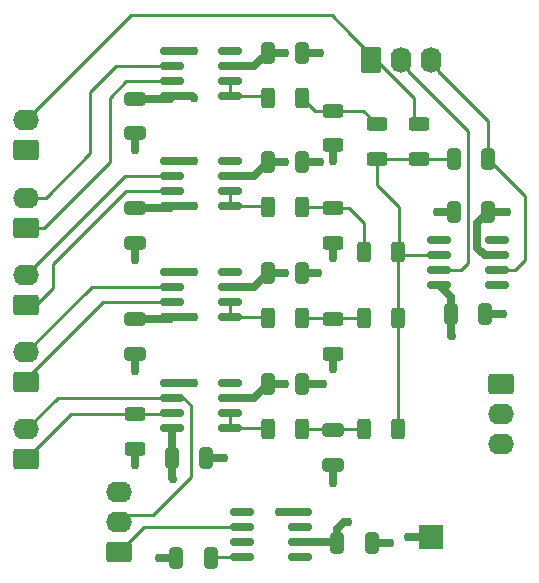
<source format=gtl>
%TF.GenerationSoftware,KiCad,Pcbnew,(6.0.1-0)*%
%TF.CreationDate,2022-09-05T12:17:55-04:00*%
%TF.ProjectId,Summing Circuit V5,53756d6d-696e-4672-9043-697263756974,003*%
%TF.SameCoordinates,Original*%
%TF.FileFunction,Copper,L1,Top*%
%TF.FilePolarity,Positive*%
%FSLAX46Y46*%
G04 Gerber Fmt 4.6, Leading zero omitted, Abs format (unit mm)*
G04 Created by KiCad (PCBNEW (6.0.1-0)) date 2022-09-05 12:17:55*
%MOMM*%
%LPD*%
G01*
G04 APERTURE LIST*
G04 Aperture macros list*
%AMRoundRect*
0 Rectangle with rounded corners*
0 $1 Rounding radius*
0 $2 $3 $4 $5 $6 $7 $8 $9 X,Y pos of 4 corners*
0 Add a 4 corners polygon primitive as box body*
4,1,4,$2,$3,$4,$5,$6,$7,$8,$9,$2,$3,0*
0 Add four circle primitives for the rounded corners*
1,1,$1+$1,$2,$3*
1,1,$1+$1,$4,$5*
1,1,$1+$1,$6,$7*
1,1,$1+$1,$8,$9*
0 Add four rect primitives between the rounded corners*
20,1,$1+$1,$2,$3,$4,$5,0*
20,1,$1+$1,$4,$5,$6,$7,0*
20,1,$1+$1,$6,$7,$8,$9,0*
20,1,$1+$1,$8,$9,$2,$3,0*%
G04 Aperture macros list end*
%TA.AperFunction,ComponentPad*%
%ADD10O,1.740000X2.190000*%
%TD*%
%TA.AperFunction,ComponentPad*%
%ADD11RoundRect,0.250000X-0.620000X-0.845000X0.620000X-0.845000X0.620000X0.845000X-0.620000X0.845000X0*%
%TD*%
%TA.AperFunction,SMDPad,CuDef*%
%ADD12RoundRect,0.250000X0.325000X0.650000X-0.325000X0.650000X-0.325000X-0.650000X0.325000X-0.650000X0*%
%TD*%
%TA.AperFunction,SMDPad,CuDef*%
%ADD13RoundRect,0.250000X-0.650000X0.325000X-0.650000X-0.325000X0.650000X-0.325000X0.650000X0.325000X0*%
%TD*%
%TA.AperFunction,SMDPad,CuDef*%
%ADD14RoundRect,0.250000X-0.312500X-0.625000X0.312500X-0.625000X0.312500X0.625000X-0.312500X0.625000X0*%
%TD*%
%TA.AperFunction,SMDPad,CuDef*%
%ADD15RoundRect,0.250000X-0.625000X0.312500X-0.625000X-0.312500X0.625000X-0.312500X0.625000X0.312500X0*%
%TD*%
%TA.AperFunction,SMDPad,CuDef*%
%ADD16RoundRect,0.250000X0.312500X0.625000X-0.312500X0.625000X-0.312500X-0.625000X0.312500X-0.625000X0*%
%TD*%
%TA.AperFunction,SMDPad,CuDef*%
%ADD17RoundRect,0.150000X-0.825000X-0.150000X0.825000X-0.150000X0.825000X0.150000X-0.825000X0.150000X0*%
%TD*%
%TA.AperFunction,ComponentPad*%
%ADD18RoundRect,0.250000X0.845000X-0.620000X0.845000X0.620000X-0.845000X0.620000X-0.845000X-0.620000X0*%
%TD*%
%TA.AperFunction,ComponentPad*%
%ADD19O,2.190000X1.740000*%
%TD*%
%TA.AperFunction,SMDPad,CuDef*%
%ADD20RoundRect,0.250000X0.625000X-0.312500X0.625000X0.312500X-0.625000X0.312500X-0.625000X-0.312500X0*%
%TD*%
%TA.AperFunction,ComponentPad*%
%ADD21RoundRect,0.250000X-0.845000X0.620000X-0.845000X-0.620000X0.845000X-0.620000X0.845000X0.620000X0*%
%TD*%
%TA.AperFunction,SMDPad,CuDef*%
%ADD22RoundRect,0.250000X0.650000X-0.325000X0.650000X0.325000X-0.650000X0.325000X-0.650000X-0.325000X0*%
%TD*%
%TA.AperFunction,SMDPad,CuDef*%
%ADD23R,2.000000X2.000000*%
%TD*%
%TA.AperFunction,SMDPad,CuDef*%
%ADD24RoundRect,0.250000X-0.325000X-0.650000X0.325000X-0.650000X0.325000X0.650000X-0.325000X0.650000X0*%
%TD*%
%TA.AperFunction,SMDPad,CuDef*%
%ADD25RoundRect,0.150000X0.825000X0.150000X-0.825000X0.150000X-0.825000X-0.150000X0.825000X-0.150000X0*%
%TD*%
%TA.AperFunction,ViaPad*%
%ADD26C,0.762000*%
%TD*%
%TA.AperFunction,Conductor*%
%ADD27C,0.254000*%
%TD*%
%TA.AperFunction,Conductor*%
%ADD28C,0.250000*%
%TD*%
%TA.AperFunction,Conductor*%
%ADD29C,0.635000*%
%TD*%
G04 APERTURE END LIST*
D10*
%TO.P,J3,3,Pin_3*%
%TO.N,/To OPA549*%
X116205000Y-49149000D03*
%TO.P,J3,2,Pin_2*%
%TO.N,/From Shunt Ground*%
X113665000Y-49149000D03*
D11*
%TO.P,J3,1,Pin_1*%
%TO.N,/From Coil*%
X111125000Y-49149000D03*
%TD*%
D12*
%TO.P,C5,1*%
%TO.N,GND*%
X105361000Y-67183000D03*
%TO.P,C5,2*%
%TO.N,+15V*%
X102411000Y-67183000D03*
%TD*%
D13*
%TO.P,C9,1*%
%TO.N,Net-(C9-Pad1)*%
X107950000Y-80440000D03*
%TO.P,C9,2*%
%TO.N,GND*%
X107950000Y-83390000D03*
%TD*%
D12*
%TO.P,C8,1*%
%TO.N,GND*%
X97233000Y-82804000D03*
%TO.P,C8,2*%
%TO.N,-15V*%
X94283000Y-82804000D03*
%TD*%
D14*
%TO.P,R3,1*%
%TO.N,Net-(R3-Pad1)*%
X102423500Y-61595000D03*
%TO.P,R3,2*%
%TO.N,Net-(R3-Pad2)*%
X105348500Y-61595000D03*
%TD*%
D15*
%TO.P,W1,1*%
%TO.N,/GND_Coarse*%
X91186000Y-79121000D03*
%TO.P,W1,2*%
%TO.N,GND*%
X91186000Y-82046000D03*
%TD*%
D16*
%TO.P,R7,1*%
%TO.N,Net-(C10-Pad2)*%
X113476500Y-70993000D03*
%TO.P,R7,2*%
%TO.N,Net-(R2-Pad2)*%
X110551500Y-70993000D03*
%TD*%
D17*
%TO.P,U5,1,VOS*%
%TO.N,unconnected-(U5-Pad1)*%
X116905000Y-64389000D03*
%TO.P,U5,2,-*%
%TO.N,Net-(C10-Pad2)*%
X116905000Y-65659000D03*
%TO.P,U5,3,+*%
%TO.N,/From Shunt Ground*%
X116905000Y-66929000D03*
%TO.P,U5,4,V-*%
%TO.N,-15V*%
X116905000Y-68199000D03*
%TO.P,U5,5,NC*%
%TO.N,unconnected-(U5-Pad5)*%
X121855000Y-68199000D03*
%TO.P,U5,6*%
%TO.N,/To OPA549*%
X121855000Y-66929000D03*
%TO.P,U5,7,V+*%
%TO.N,+15V*%
X121855000Y-65659000D03*
%TO.P,U5,8,VOS*%
%TO.N,unconnected-(U5-Pad8)*%
X121855000Y-64389000D03*
%TD*%
D18*
%TO.P,J7,1,Pin_1*%
%TO.N,/GND_AC Correction*%
X81935000Y-69850000D03*
D19*
%TO.P,J7,2,Pin_2*%
%TO.N,/SIG_AC Correction*%
X81935000Y-67310000D03*
%TD*%
D18*
%TO.P,J4,1,Pin_1*%
%TO.N,/Vin_RV*%
X89789000Y-90805000D03*
D19*
%TO.P,J4,2,Pin_2*%
%TO.N,/SIG_Coarse*%
X89789000Y-88265000D03*
%TO.P,J4,3,Pin_3*%
%TO.N,GND*%
X89789000Y-85725000D03*
%TD*%
D12*
%TO.P,C12,1*%
%TO.N,GND*%
X120855000Y-70612000D03*
%TO.P,C12,2*%
%TO.N,-15V*%
X117905000Y-70612000D03*
%TD*%
D20*
%TO.P,R9,1*%
%TO.N,Net-(C10-Pad2)*%
X115252500Y-57469500D03*
%TO.P,R9,2*%
%TO.N,/From Coil*%
X115252500Y-54544500D03*
%TD*%
D12*
%TO.P,C1,1*%
%TO.N,Net-(C1-Pad1)*%
X97614000Y-91313000D03*
%TO.P,C1,2*%
%TO.N,GND*%
X94664000Y-91313000D03*
%TD*%
D18*
%TO.P,J8,1,Pin_1*%
%TO.N,/GND_DC Correction*%
X81935000Y-63309500D03*
D19*
%TO.P,J8,2,Pin_2*%
%TO.N,/SIG_DC Correction*%
X81935000Y-60769500D03*
%TD*%
D20*
%TO.P,R12,1*%
%TO.N,Net-(C10-Pad2)*%
X111633000Y-57469500D03*
%TO.P,R12,2*%
%TO.N,Net-(R10-Pad2)*%
X111633000Y-54544500D03*
%TD*%
D15*
%TO.P,R11,1*%
%TO.N,Net-(R10-Pad2)*%
X107950000Y-53401500D03*
%TO.P,R11,2*%
%TO.N,GND*%
X107950000Y-56326500D03*
%TD*%
D17*
%TO.P,U6,1,REF*%
%TO.N,GND*%
X94299000Y-48387000D03*
%TO.P,U6,2,-*%
%TO.N,/SIG_DC Correction*%
X94299000Y-49657000D03*
%TO.P,U6,3,+*%
%TO.N,/GND_DC Correction*%
X94299000Y-50927000D03*
%TO.P,U6,4,V-*%
%TO.N,-15V*%
X94299000Y-52197000D03*
%TO.P,U6,5,SENSE*%
%TO.N,Net-(R10-Pad1)*%
X99249000Y-52197000D03*
%TO.P,U6,6*%
X99249000Y-50927000D03*
%TO.P,U6,7,V+*%
%TO.N,+15V*%
X99249000Y-49657000D03*
%TO.P,U6,8,NC*%
%TO.N,unconnected-(U6-Pad8)*%
X99249000Y-48387000D03*
%TD*%
D21*
%TO.P,J2,1,Pin_1*%
%TO.N,+15V*%
X122154000Y-76581000D03*
D19*
%TO.P,J2,2,Pin_2*%
%TO.N,GND*%
X122154000Y-79121000D03*
%TO.P,J2,3,Pin_3*%
%TO.N,-15V*%
X122154000Y-81661000D03*
%TD*%
D22*
%TO.P,C4,1*%
%TO.N,GND*%
X91186000Y-64594000D03*
%TO.P,C4,2*%
%TO.N,-15V*%
X91186000Y-61644000D03*
%TD*%
D23*
%TO.P,J5,1,Pin_1*%
%TO.N,GND*%
X116205000Y-89535000D03*
%TD*%
D24*
%TO.P,C2,1*%
%TO.N,+15V*%
X108318000Y-90043000D03*
%TO.P,C2,2*%
%TO.N,GND*%
X111268000Y-90043000D03*
%TD*%
D12*
%TO.P,C13,1*%
%TO.N,GND*%
X105361000Y-48514000D03*
%TO.P,C13,2*%
%TO.N,+15V*%
X102411000Y-48514000D03*
%TD*%
D22*
%TO.P,C6,1*%
%TO.N,GND*%
X91186000Y-73992000D03*
%TO.P,C6,2*%
%TO.N,-15V*%
X91186000Y-71042000D03*
%TD*%
D17*
%TO.P,U4,1,REF*%
%TO.N,GND*%
X94299000Y-57658000D03*
%TO.P,U4,2,-*%
%TO.N,/SIG_AC Correction*%
X94299000Y-58928000D03*
%TO.P,U4,3,+*%
%TO.N,/GND_AC Correction*%
X94299000Y-60198000D03*
%TO.P,U4,4,V-*%
%TO.N,-15V*%
X94299000Y-61468000D03*
%TO.P,U4,5,SENSE*%
%TO.N,Net-(R3-Pad1)*%
X99249000Y-61468000D03*
%TO.P,U4,6*%
X99249000Y-60198000D03*
%TO.P,U4,7,V+*%
%TO.N,+15V*%
X99249000Y-58928000D03*
%TO.P,U4,8,NC*%
%TO.N,unconnected-(U4-Pad8)*%
X99249000Y-57658000D03*
%TD*%
D25*
%TO.P,U1,1,NC*%
%TO.N,unconnected-(U1-Pad1)*%
X105156000Y-91186000D03*
%TO.P,U1,2,V+*%
%TO.N,+15V*%
X105156000Y-89916000D03*
%TO.P,U1,3,NC*%
%TO.N,unconnected-(U1-Pad3)*%
X105156000Y-88646000D03*
%TO.P,U1,4,GND*%
%TO.N,GND*%
X105156000Y-87376000D03*
%TO.P,U1,5,TRIM*%
%TO.N,unconnected-(U1-Pad5)*%
X100206000Y-87376000D03*
%TO.P,U1,6,VOUT*%
%TO.N,/Vin_RV*%
X100206000Y-88646000D03*
%TO.P,U1,7,NC*%
%TO.N,unconnected-(U1-Pad7)*%
X100206000Y-89916000D03*
%TO.P,U1,8,NR*%
%TO.N,Net-(C1-Pad1)*%
X100206000Y-91186000D03*
%TD*%
D14*
%TO.P,R2,1*%
%TO.N,Net-(R2-Pad1)*%
X102423500Y-70993000D03*
%TO.P,R2,2*%
%TO.N,Net-(R2-Pad2)*%
X105348500Y-70993000D03*
%TD*%
%TO.P,R10,1*%
%TO.N,Net-(R10-Pad1)*%
X102423500Y-52324000D03*
%TO.P,R10,2*%
%TO.N,Net-(R10-Pad2)*%
X105348500Y-52324000D03*
%TD*%
D16*
%TO.P,R6,1*%
%TO.N,Net-(C10-Pad2)*%
X113476500Y-80391000D03*
%TO.P,R6,2*%
%TO.N,Net-(C9-Pad1)*%
X110551500Y-80391000D03*
%TD*%
D18*
%TO.P,J1,1,Pin_1*%
%TO.N,/GND_Coarse*%
X81955000Y-82931000D03*
D19*
%TO.P,J1,2,Pin_2*%
%TO.N,/SIG_Coarse*%
X81955000Y-80391000D03*
%TD*%
D12*
%TO.P,C7,1*%
%TO.N,GND*%
X105361000Y-76581000D03*
%TO.P,C7,2*%
%TO.N,+15V*%
X102411000Y-76581000D03*
%TD*%
D15*
%TO.P,R5,1*%
%TO.N,Net-(R3-Pad2)*%
X107950000Y-61656500D03*
%TO.P,R5,2*%
%TO.N,GND*%
X107950000Y-64581500D03*
%TD*%
%TO.P,R4,1*%
%TO.N,Net-(R2-Pad2)*%
X107950000Y-71054500D03*
%TO.P,R4,2*%
%TO.N,GND*%
X107950000Y-73979500D03*
%TD*%
D17*
%TO.P,U3,1,REF*%
%TO.N,GND*%
X94299000Y-67056000D03*
%TO.P,U3,2,-*%
%TO.N,/SIG_Fine Tuning*%
X94299000Y-68326000D03*
%TO.P,U3,3,+*%
%TO.N,/GND_Fine Tuning*%
X94299000Y-69596000D03*
%TO.P,U3,4,V-*%
%TO.N,-15V*%
X94299000Y-70866000D03*
%TO.P,U3,5,SENSE*%
%TO.N,Net-(R2-Pad1)*%
X99249000Y-70866000D03*
%TO.P,U3,6*%
X99249000Y-69596000D03*
%TO.P,U3,7,V+*%
%TO.N,+15V*%
X99249000Y-68326000D03*
%TO.P,U3,8,NC*%
%TO.N,unconnected-(U3-Pad8)*%
X99249000Y-67056000D03*
%TD*%
D14*
%TO.P,R1,1*%
%TO.N,Net-(R1-Pad1)*%
X102423500Y-80391000D03*
%TO.P,R1,2*%
%TO.N,Net-(C9-Pad1)*%
X105348500Y-80391000D03*
%TD*%
D12*
%TO.P,C3,1*%
%TO.N,GND*%
X105361000Y-57785000D03*
%TO.P,C3,2*%
%TO.N,+15V*%
X102411000Y-57785000D03*
%TD*%
D22*
%TO.P,C14,1*%
%TO.N,GND*%
X91186000Y-55323000D03*
%TO.P,C14,2*%
%TO.N,-15V*%
X91186000Y-52373000D03*
%TD*%
D12*
%TO.P,C10,1*%
%TO.N,/To OPA549*%
X121109000Y-57531000D03*
%TO.P,C10,2*%
%TO.N,Net-(C10-Pad2)*%
X118159000Y-57531000D03*
%TD*%
D18*
%TO.P,J9,1,Pin_1*%
%TO.N,GND*%
X81935000Y-56769000D03*
D19*
%TO.P,J9,2,Pin_2*%
%TO.N,/From Coil*%
X81935000Y-54229000D03*
%TD*%
D24*
%TO.P,C11,1*%
%TO.N,GND*%
X118159000Y-61976000D03*
%TO.P,C11,2*%
%TO.N,+15V*%
X121109000Y-61976000D03*
%TD*%
D17*
%TO.P,U2,1,REF*%
%TO.N,GND*%
X94299000Y-76454000D03*
%TO.P,U2,2,-*%
%TO.N,/SIG_Coarse*%
X94299000Y-77724000D03*
%TO.P,U2,3,+*%
%TO.N,/GND_Coarse*%
X94299000Y-78994000D03*
%TO.P,U2,4,V-*%
%TO.N,-15V*%
X94299000Y-80264000D03*
%TO.P,U2,5,SENSE*%
%TO.N,Net-(R1-Pad1)*%
X99249000Y-80264000D03*
%TO.P,U2,6*%
X99249000Y-78994000D03*
%TO.P,U2,7,V+*%
%TO.N,+15V*%
X99249000Y-77724000D03*
%TO.P,U2,8,NC*%
%TO.N,unconnected-(U2-Pad8)*%
X99249000Y-76454000D03*
%TD*%
D16*
%TO.P,R8,1*%
%TO.N,Net-(C10-Pad2)*%
X113476500Y-65405000D03*
%TO.P,R8,2*%
%TO.N,Net-(R3-Pad2)*%
X110551500Y-65405000D03*
%TD*%
D18*
%TO.P,J6,1,Pin_1*%
%TO.N,/GND_Fine Tuning*%
X81935000Y-76390500D03*
D19*
%TO.P,J6,2,Pin_2*%
%TO.N,/SIG_Fine Tuning*%
X81935000Y-73850500D03*
%TD*%
D26*
%TO.N,GND*%
X107950000Y-84963000D03*
X96139000Y-76454000D03*
X96139000Y-57658000D03*
X98679000Y-82804000D03*
X114300000Y-89535000D03*
X116713000Y-61976000D03*
X122301000Y-70612000D03*
X106807000Y-48514000D03*
X107950000Y-57658000D03*
X93218000Y-91313000D03*
X107950000Y-75311000D03*
X96139000Y-48387000D03*
X106807000Y-57785000D03*
X91186000Y-56769000D03*
X91186000Y-83439000D03*
X107950000Y-65913000D03*
X107061000Y-76581000D03*
X103378000Y-87376000D03*
X96139000Y-67056000D03*
X91186000Y-66040000D03*
X91186000Y-75438000D03*
X112776000Y-90043000D03*
X106680000Y-67183000D03*
%TO.N,-15V*%
X96139000Y-61468000D03*
X96139000Y-70866000D03*
X117983000Y-72517000D03*
X96139000Y-52324000D03*
X94361000Y-84582000D03*
%TO.N,+15V*%
X103886000Y-48514000D03*
X109220000Y-88265000D03*
X103886000Y-76581000D03*
X122682000Y-61976000D03*
X103886000Y-67183000D03*
X103886000Y-57785000D03*
%TD*%
D27*
%TO.N,/To OPA549*%
X116840000Y-50038000D02*
X116840000Y-49784000D01*
X116840000Y-49784000D02*
X116205000Y-49149000D01*
%TO.N,/From Shunt Ground*%
X114300000Y-50038000D02*
X114300000Y-49784000D01*
X114300000Y-49784000D02*
X113665000Y-49149000D01*
X114300000Y-50038000D02*
X119380000Y-55118000D01*
X119380000Y-55118000D02*
X119380000Y-66294000D01*
X119380000Y-66294000D02*
X118745000Y-66929000D01*
X118745000Y-66929000D02*
X116905000Y-66929000D01*
%TO.N,/To OPA549*%
X121109000Y-54307000D02*
X116840000Y-50038000D01*
X116840000Y-50038000D02*
X116840000Y-49296000D01*
D28*
%TO.N,/From Coil*%
X114788000Y-52324000D02*
X114788000Y-54080000D01*
X114788000Y-54080000D02*
X115252500Y-54544500D01*
X114788000Y-52324000D02*
X111760000Y-49296000D01*
X90825000Y-45339000D02*
X107823000Y-45339000D01*
X109474000Y-46990000D02*
X107823000Y-45339000D01*
X109474000Y-47010000D02*
X109474000Y-46990000D01*
X81935000Y-54229000D02*
X90825000Y-45339000D01*
X109474000Y-47010000D02*
X111760000Y-49296000D01*
%TO.N,/GND_Coarse*%
X81955000Y-82891000D02*
X85725000Y-79121000D01*
X85725000Y-79121000D02*
X91186000Y-79121000D01*
X91186000Y-79121000D02*
X94172000Y-79121000D01*
D29*
%TO.N,GND*%
X91186000Y-55323000D02*
X91186000Y-56769000D01*
X118159000Y-61976000D02*
X116713000Y-61976000D01*
X105156000Y-87376000D02*
X103378000Y-87376000D01*
X94299000Y-76454000D02*
X96139000Y-76454000D01*
X107950000Y-83390000D02*
X107950000Y-84963000D01*
X107950000Y-64581500D02*
X107950000Y-65913000D01*
X106934000Y-76581000D02*
X107061000Y-76581000D01*
X91186000Y-64594000D02*
X91186000Y-66040000D01*
X116205000Y-89535000D02*
X114300000Y-89535000D01*
X94299000Y-57658000D02*
X96139000Y-57658000D01*
X120855000Y-70612000D02*
X122301000Y-70612000D01*
X94664000Y-91313000D02*
X93218000Y-91313000D01*
X94299000Y-48387000D02*
X96139000Y-48387000D01*
X107950000Y-56326500D02*
X107950000Y-57658000D01*
X94299000Y-67056000D02*
X96139000Y-67056000D01*
X91186000Y-73992000D02*
X91186000Y-75438000D01*
X111268000Y-90043000D02*
X112776000Y-90043000D01*
X105361000Y-76581000D02*
X106934000Y-76581000D01*
X91186000Y-82046000D02*
X91186000Y-83439000D01*
X97233000Y-82804000D02*
X98679000Y-82804000D01*
X105361000Y-48514000D02*
X106807000Y-48514000D01*
X105361000Y-57785000D02*
X106807000Y-57785000D01*
X105361000Y-67183000D02*
X106680000Y-67183000D01*
X107950000Y-73979500D02*
X107950000Y-75311000D01*
D28*
%TO.N,Net-(R10-Pad2)*%
X106426000Y-53401500D02*
X105348500Y-52324000D01*
X110490000Y-53401500D02*
X111633000Y-54544500D01*
X107950000Y-53401500D02*
X106426000Y-53401500D01*
X107950000Y-53401500D02*
X110490000Y-53401500D01*
%TO.N,Net-(R10-Pad1)*%
X99249000Y-52197000D02*
X102296500Y-52197000D01*
X99249000Y-50927000D02*
X99249000Y-52197000D01*
%TO.N,/SIG_DC Correction*%
X81935000Y-60769500D02*
X83629500Y-60769500D01*
X83629500Y-60769500D02*
X87376000Y-57023000D01*
X87376000Y-57023000D02*
X87376000Y-51816000D01*
X87376000Y-51816000D02*
X89535000Y-49657000D01*
X89535000Y-49657000D02*
X94299000Y-49657000D01*
%TO.N,/GND_DC Correction*%
X90424000Y-50927000D02*
X94299000Y-50927000D01*
X81935000Y-63309500D02*
X83502500Y-63309500D01*
X89027000Y-52324000D02*
X90424000Y-50927000D01*
X89027000Y-57785000D02*
X89027000Y-52324000D01*
X83502500Y-63309500D02*
X89027000Y-57785000D01*
%TO.N,/GND_AC Correction*%
X84201000Y-66421000D02*
X90424000Y-60198000D01*
X90424000Y-60198000D02*
X94299000Y-60198000D01*
X82804000Y-69850000D02*
X84201000Y-68453000D01*
X84201000Y-68453000D02*
X84201000Y-66421000D01*
D27*
%TO.N,Net-(R1-Pad1)*%
X99249000Y-78994000D02*
X99249000Y-80264000D01*
X99249000Y-80264000D02*
X102296500Y-80264000D01*
D28*
%TO.N,/SIG_AC Correction*%
X81935000Y-67310000D02*
X90317000Y-58928000D01*
X90317000Y-58928000D02*
X94299000Y-58928000D01*
D29*
%TO.N,-15V*%
X117905000Y-72439000D02*
X117905000Y-70612000D01*
X94123000Y-52373000D02*
X94299000Y-52197000D01*
X117983000Y-72517000D02*
X117905000Y-72439000D01*
X117905000Y-69199000D02*
X117905000Y-70612000D01*
X96012000Y-52197000D02*
X96139000Y-52324000D01*
X116905000Y-68199000D02*
X117905000Y-69199000D01*
X94123000Y-61644000D02*
X94299000Y-61468000D01*
X94299000Y-70866000D02*
X96139000Y-70866000D01*
X94283000Y-82804000D02*
X94283000Y-84504000D01*
X94299000Y-61468000D02*
X96139000Y-61468000D01*
X91186000Y-52373000D02*
X94123000Y-52373000D01*
X91186000Y-71042000D02*
X94123000Y-71042000D01*
X94299000Y-52197000D02*
X96012000Y-52197000D01*
X94123000Y-71042000D02*
X94299000Y-70866000D01*
X94283000Y-82804000D02*
X94283000Y-80280000D01*
X91186000Y-61644000D02*
X94123000Y-61644000D01*
X94283000Y-84504000D02*
X94361000Y-84582000D01*
D27*
%TO.N,/To OPA549*%
X121109000Y-57531000D02*
X121109000Y-54307000D01*
X124206000Y-60628000D02*
X121109000Y-57531000D01*
X124206000Y-66040000D02*
X124206000Y-60628000D01*
X123317000Y-66929000D02*
X124206000Y-66040000D01*
X121855000Y-66929000D02*
X123317000Y-66929000D01*
D29*
%TO.N,+15V*%
X103886000Y-76581000D02*
X102411000Y-76581000D01*
X101268000Y-49657000D02*
X99249000Y-49657000D01*
X121109000Y-61976000D02*
X122682000Y-61976000D01*
X121109000Y-61976000D02*
X120142000Y-62943000D01*
X99249000Y-68326000D02*
X101268000Y-68326000D01*
X101268000Y-58928000D02*
X102411000Y-57785000D01*
X99249000Y-77724000D02*
X101268000Y-77724000D01*
X99249000Y-58928000D02*
X101268000Y-58928000D01*
X108191000Y-89916000D02*
X105156000Y-89916000D01*
X109220000Y-88265000D02*
X108839000Y-88265000D01*
X103886000Y-48514000D02*
X102411000Y-48514000D01*
X102411000Y-48514000D02*
X101268000Y-49657000D01*
X108839000Y-88265000D02*
X108318000Y-88786000D01*
X120777000Y-65659000D02*
X121855000Y-65659000D01*
X101268000Y-77724000D02*
X102411000Y-76581000D01*
X108318000Y-88786000D02*
X108318000Y-90043000D01*
X120142000Y-62943000D02*
X120142000Y-65024000D01*
X108318000Y-90043000D02*
X108191000Y-89916000D01*
X103886000Y-67183000D02*
X102411000Y-67183000D01*
X120142000Y-65024000D02*
X120777000Y-65659000D01*
X103886000Y-57785000D02*
X102411000Y-57785000D01*
X101268000Y-68326000D02*
X102411000Y-67183000D01*
D28*
%TO.N,/SIG_Fine Tuning*%
X87503000Y-68326000D02*
X94299000Y-68326000D01*
X81978500Y-73850500D02*
X87503000Y-68326000D01*
%TO.N,/GND_Fine Tuning*%
X88497250Y-69596000D02*
X94299000Y-69596000D01*
X81935000Y-76158250D02*
X88497250Y-69596000D01*
%TO.N,/SIG_Coarse*%
X95885000Y-78359000D02*
X95250000Y-77724000D01*
X95250000Y-77724000D02*
X94299000Y-77724000D01*
X81955000Y-80391000D02*
X84622000Y-77724000D01*
X90424000Y-87630000D02*
X92710000Y-87630000D01*
X84622000Y-77724000D02*
X94299000Y-77724000D01*
X92710000Y-87630000D02*
X95885000Y-84455000D01*
X95885000Y-84455000D02*
X95885000Y-78359000D01*
X89789000Y-88265000D02*
X90424000Y-87630000D01*
%TO.N,/Vin_RV*%
X100206000Y-88646000D02*
X91948000Y-88646000D01*
X91948000Y-88646000D02*
X89789000Y-90805000D01*
D27*
%TO.N,Net-(R3-Pad2)*%
X105348500Y-61595000D02*
X107888500Y-61595000D01*
X110551500Y-62926500D02*
X110551500Y-65405000D01*
X109281500Y-61656500D02*
X110551500Y-62926500D01*
X107950000Y-61656500D02*
X109281500Y-61656500D01*
%TO.N,Net-(R3-Pad1)*%
X99249000Y-60198000D02*
X99249000Y-61468000D01*
X99249000Y-61468000D02*
X102296500Y-61468000D01*
%TO.N,Net-(R2-Pad2)*%
X110551500Y-70993000D02*
X108011500Y-70993000D01*
X105348500Y-70993000D02*
X107888500Y-70993000D01*
%TO.N,Net-(R2-Pad1)*%
X99249000Y-70866000D02*
X102296500Y-70866000D01*
X99249000Y-69596000D02*
X99249000Y-70866000D01*
%TO.N,Net-(C9-Pad1)*%
X110551500Y-80391000D02*
X107999000Y-80391000D01*
X105348500Y-80391000D02*
X107901000Y-80391000D01*
%TO.N,Net-(C10-Pad2)*%
X113349500Y-65659000D02*
X116905000Y-65659000D01*
X113476500Y-80391000D02*
X113476500Y-70993000D01*
D28*
X111633000Y-59690000D02*
X113538000Y-61595000D01*
X111633000Y-57469500D02*
X115252500Y-57469500D01*
X113538000Y-61595000D02*
X113538000Y-65343500D01*
X111633000Y-57469500D02*
X111633000Y-59690000D01*
D27*
X113476500Y-65405000D02*
X113476500Y-70993000D01*
D28*
X118097500Y-57469500D02*
X118159000Y-57531000D01*
X115252500Y-57469500D02*
X118097500Y-57469500D01*
%TO.N,Net-(C1-Pad1)*%
X97614000Y-91313000D02*
X97741000Y-91186000D01*
X97741000Y-91186000D02*
X100206000Y-91186000D01*
%TD*%
M02*

</source>
